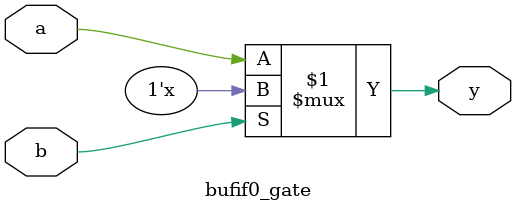
<source format=v>
module bufif0_gate(a,b,y);

input a;
input b;
output y;

bufif0 f8(y,a,b);

endmodule
</source>
